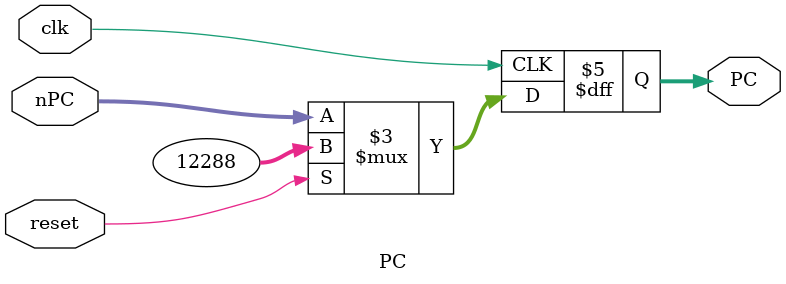
<source format=v>
`timescale 1ns / 1ps
module PC(
    input clk,
    input reset,
	 input [31:0] nPC,
    output reg [31:0] PC
    );
    always @(posedge clk) begin
        if(reset)
        PC <= 32'h3000;
        else
        PC <= nPC;
    end
endmodule

</source>
